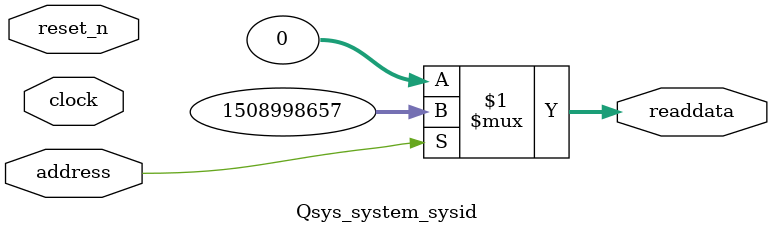
<source format=v>



// synthesis translate_off
`timescale 1ns / 1ps
// synthesis translate_on

// turn off superfluous verilog processor warnings 
// altera message_level Level1 
// altera message_off 10034 10035 10036 10037 10230 10240 10030 

module Qsys_system_sysid (
               // inputs:
                address,
                clock,
                reset_n,

               // outputs:
                readdata
             )
;

  output  [ 31: 0] readdata;
  input            address;
  input            clock;
  input            reset_n;

  wire    [ 31: 0] readdata;
  //control_slave, which is an e_avalon_slave
  assign readdata = address ? 1508998657 : 0;

endmodule




</source>
